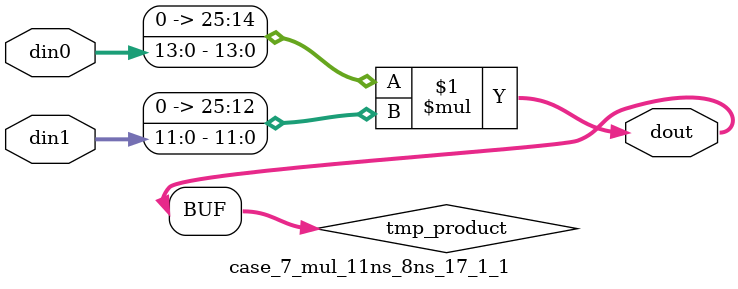
<source format=v>

`timescale 1 ns / 1 ps

 (* use_dsp = "no" *)  module case_7_mul_11ns_8ns_17_1_1(din0, din1, dout);
parameter ID = 1;
parameter NUM_STAGE = 0;
parameter din0_WIDTH = 14;
parameter din1_WIDTH = 12;
parameter dout_WIDTH = 26;

input [din0_WIDTH - 1 : 0] din0; 
input [din1_WIDTH - 1 : 0] din1; 
output [dout_WIDTH - 1 : 0] dout;

wire signed [dout_WIDTH - 1 : 0] tmp_product;
























assign tmp_product = $signed({1'b0, din0}) * $signed({1'b0, din1});











assign dout = tmp_product;





















endmodule

</source>
